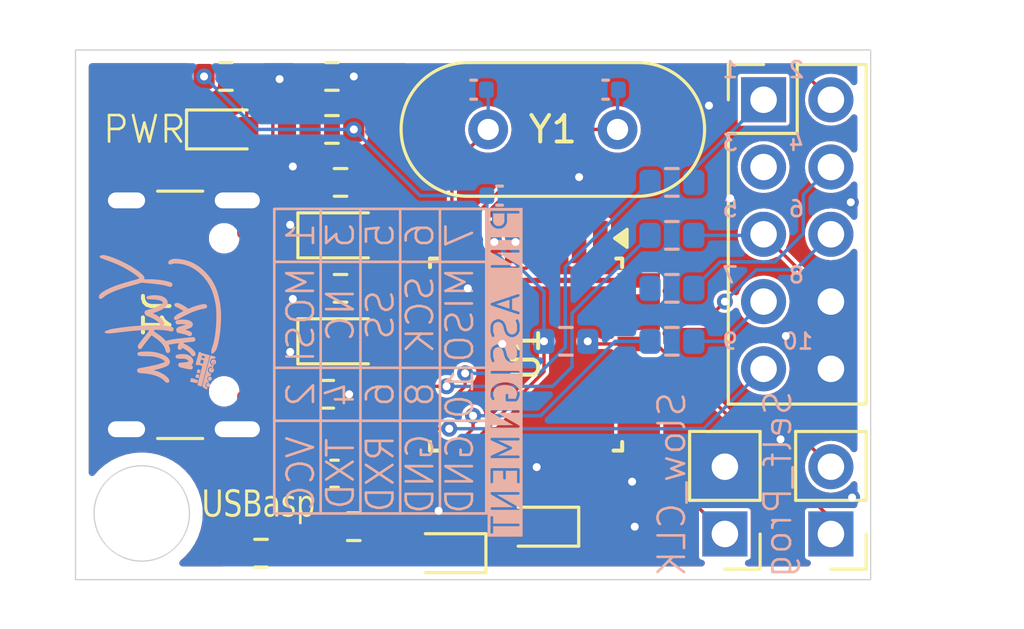
<source format=kicad_pcb>
(kicad_pcb (version 20240108) (generator "pcbnew") (generator_version "8.0")
  (layers (0 "F.Cu" signal) (31 "B.Cu" signal) (34 "B.Paste" user) (35 "F.Paste" user) (36 "B.SilkS" user "B.Silkscreen") (37 "F.SilkS" user "F.Silkscreen") (38 "B.Mask" user) (39 "F.Mask" user) (44 "Edge.Cuts" user))
  (net 0 "")
  (net 1 "GND")
  (net 2 "Net-(J1-CC1)")
  (net 3 "Net-(J1-CC2)")
  (net 4 "/D-")
  (net 5 "/U_D-")
  (net 6 "/U_D+")
  (net 7 "/D+")
  (net 8 "Net-(D1-A)")
  (net 9 "VCC")
  (net 10 "Net-(D2-A)")
  (net 11 "Net-(U1-PB2)")
  (net 12 "/~{SS}")
  (net 13 "Net-(U1-PB3)")
  (net 14 "/MOSI")
  (net 15 "/SCK")
  (net 16 "Net-(U1-PB5)")
  (net 17 "Net-(D3-A)")
  (net 18 "/RST")
  (net 19 "Net-(U1-PD1)")
  (net 20 "/TXD")
  (net 22 "/Slow_CLK")
  (net 25 "/RXD")
  (net 28 "/XTAL1")
  (net 30 "/MISO")
  (net 31 "/XTAL2")
  (net 34 "/L1")
  (net 35 "/L2")
  (net 39 "Net-(F1-Pad1)")
  (footprint "LED_SMD:LED_0603_1608Metric" (layer "F.Cu") (at 154 109 180)
    (property "Reference" "D2" (hide yes))
    (property "Value" "LED")
    (pad "1" smd roundrect (at -0.7875 0 180) (size 0.875 0.95) (layers "F.Cu" "F.Paste" "F.Mask") (net 35 "/L2"))
    (pad "2" smd roundrect (at 0.7875 0 180) (size 0.875 0.95) (layers "F.Cu" "F.Paste" "F.Mask") (net 10 "Net-(D2-A)"))
  )
  (footprint "Crystal:Crystal_HC49-4H_Vertical" (layer "F.Cu") (at 160.45 93 180)
    (property "Reference" "Y1" (at 2.44 0 180) (layer "F.SilkS"))
    (property "Value" "12mHz")
    (pad "1" thru_hole circle (at 0 0 180) (size 1.5 1.5) (drill 0.8) (layers "*.Cu" "*.Mask") (net 28 "/XTAL1"))
    (pad "2" thru_hole circle (at 4.88 0 180) (size 1.5 1.5) (drill 0.8) (layers "*.Cu" "*.Mask") (net 31 "/XTAL2"))
  )
  (footprint "Capacitor_SMD:C_0603_1608Metric" (layer "F.Cu") (at 149.775 106 180)
    (property "Reference" "C3" (hide yes))
    (property "Value" "4.7uF")
    (pad "1" smd roundrect (at -0.775 0 180) (size 0.9 0.95) (layers "F.Cu" "F.Paste" "F.Mask") (net 9 "VCC"))
    (pad "2" smd roundrect (at 0.775 0 180) (size 0.9 0.95) (layers "F.Cu" "F.Paste" "F.Mask") (net 1 "GND"))
  )
  (footprint "Resistor_SMD:R_0603_1608Metric" (layer "F.Cu") (at 149.675 93 180)
    (property "Reference" "R10" (hide yes))
    (property "Value" "1k")
    (pad "1" smd roundrect (at -0.825 0 180) (size 0.8 0.95) (layers "F.Cu" "F.Paste" "F.Mask") (net 9 "VCC"))
    (pad "2" smd roundrect (at 0.825 0 180) (size 0.8 0.95) (layers "F.Cu" "F.Paste" "F.Mask") (net 5 "/U_D-"))
  )
  (footprint "Connector_PinHeader_2.54mm:PinHeader_2x05_P2.54mm_Vertical" (layer "F.Cu") (at 165.96 91.88)
    (property "Reference" "J2" (hide yes))
    (property "Value" "Conn_02x05_Odd_Even")
    (pad "1" thru_hole rect (at 0 0) (size 1.7 1.7) (drill 1) (layers "*.Cu" "*.Mask") (net 14 "/MOSI"))
    (pad "2" thru_hole oval (at 2.54 0) (size 1.7 1.7) (drill 1) (layers "*.Cu" "*.Mask") (net 9 "VCC"))
    (pad "3" thru_hole oval (at 0 2.54) (size 1.7 1.7) (drill 1) (layers "*.Cu" "*.Mask"))
    (pad "4" thru_hole oval (at 2.54 2.54) (size 1.7 1.7) (drill 1) (layers "*.Cu" "*.Mask") (net 20 "/TXD"))
    (pad "5" thru_hole oval (at 0 5.08) (size 1.7 1.7) (drill 1) (layers "*.Cu" "*.Mask") (net 12 "/~{SS}"))
    (pad "6" thru_hole oval (at 2.54 5.08) (size 1.7 1.7) (drill 1) (layers "*.Cu" "*.Mask") (net 25 "/RXD"))
    (pad "7" thru_hole oval (at 0 7.62) (size 1.7 1.7) (drill 1) (layers "*.Cu" "*.Mask") (net 15 "/SCK"))
    (pad "8" thru_hole oval (at 2.54 7.62) (size 1.7 1.7) (drill 1) (layers "*.Cu" "*.Mask") (net 1 "GND"))
    (pad "9" thru_hole oval (at 0 10.16) (size 1.7 1.7) (drill 1) (layers "*.Cu" "*.Mask") (net 30 "/MISO"))
    (pad "10" thru_hole oval (at 2.54 10.16) (size 1.7 1.7) (drill 1) (layers "*.Cu" "*.Mask") (net 1 "GND"))
  )
  (footprint "LED_SMD:LED_0603_1608Metric" (layer "F.Cu") (at 157.5 108 180)
    (property "Reference" "D1" (hide yes))
    (property "Value" "LED")
    (pad "1" smd roundrect (at -0.7875 0 180) (size 0.875 0.95) (layers "F.Cu" "F.Paste" "F.Mask") (net 34 "/L1"))
    (pad "2" smd roundrect (at 0.7875 0 180) (size 0.875 0.95) (layers "F.Cu" "F.Paste" "F.Mask") (net 8 "Net-(D1-A)"))
  )
  (footprint "Resistor_SMD:R_0603_1608Metric" (layer "F.Cu") (at 149.675 91 180)
    (property "Reference" "R1" (hide yes))
    (property "Value" "5.1k")
    (pad "1" smd roundrect (at -0.825 0 180) (size 0.8 0.95) (layers "F.Cu" "F.Paste" "F.Mask") (net 1 "GND"))
    (pad "2" smd roundrect (at 0.825 0 180) (size 0.8 0.95) (layers "F.Cu" "F.Paste" "F.Mask") (net 2 "Net-(J1-CC1)"))
  )
  (footprint "Diode_SMD:D_SOD-323F" (layer "F.Cu") (at 150 101)
    (property "Reference" "D4" (hide yes))
    (property "Value" "3.6V")
    (pad "1" smd roundrect (at -1.1 0) (size 0.5 0.5) (layers "F.Cu" "F.Paste" "F.Mask") (net 6 "/U_D+"))
    (pad "2" smd roundrect (at 1.1 0) (size 0.5 0.5) (layers "F.Cu" "F.Paste" "F.Mask") (net 1 "GND"))
  )
  (footprint "Fuse:Fuse_0402_1005Metric" (layer "F.Cu") (at 149 104.5)
    (property "Reference" "F1" (hide yes))
    (property "Value" "350mA")
    (pad "1" smd roundrect (at -0.485 0) (size 0.59 0.64) (layers "F.Cu" "F.Paste" "F.Mask") (net 39 "Net-(F1-Pad1)"))
    (pad "2" smd roundrect (at 0.485 0) (size 0.59 0.64) (layers "F.Cu" "F.Paste" "F.Mask") (net 9 "VCC"))
  )
  (footprint "Resistor_SMD:R_0603_1608Metric" (layer "F.Cu") (at 150 95)
    (property "Reference" "R3" (hide yes))
    (property "Value" "100R")
    (pad "1" smd roundrect (at -0.825 0) (size 0.8 0.95) (layers "F.Cu" "F.Paste" "F.Mask") (net 5 "/U_D-"))
    (pad "2" smd roundrect (at 0.825 0) (size 0.8 0.95) (layers "F.Cu" "F.Paste" "F.Mask") (net 4 "/D-"))
  )
  (footprint "Resistor_SMD:R_0603_1608Metric" (layer "F.Cu") (at 150.5 108)
    (property "Reference" "R5" (hide yes))
    (property "Value" "1k")
    (pad "1" smd roundrect (at -0.825 0) (size 0.8 0.95) (layers "F.Cu" "F.Paste" "F.Mask") (net 9 "VCC"))
    (pad "2" smd roundrect (at 0.825 0) (size 0.8 0.95) (layers "F.Cu" "F.Paste" "F.Mask") (net 8 "Net-(D1-A)"))
  )
  (footprint "Connector_PinHeader_2.54mm:PinHeader_1x02_P2.54mm_Vertical" (layer "F.Cu") (at 168.5 108.275 180)
    (property "Reference" "JP1" (hide yes))
    (property "Value" "Jumper_2_Open")
    (pad "1" thru_hole rect (at 0 0 180) (size 1.7 1.7) (drill 1) (layers "*.Cu" "*.Mask") (net 18 "/RST"))
    (pad "2" thru_hole oval (at 0 2.54 180) (size 1.7 1.7) (drill 1) (layers "*.Cu" "*.Mask") (net 12 "/~{SS}"))
  )
  (footprint "LED_SMD:LED_0603_1608Metric" (layer "F.Cu") (at 145.675 93)
    (property "Reference" "D3" (hide yes))
    (property "Value" "LED")
    (pad "1" smd roundrect (at -0.7875 0) (size 0.875 0.95) (layers "F.Cu" "F.Paste" "F.Mask") (net 1 "GND"))
    (pad "2" smd roundrect (at 0.7875 0) (size 0.875 0.95) (layers "F.Cu" "F.Paste" "F.Mask") (net 17 "Net-(D3-A)"))
  )
  (footprint "Connector_USB:USB_C_Receptacle_GCT_USB4105-xx-A_16P_TopMnt_Horizontal" (layer "F.Cu") (at 143 100 -90)
    (property "Reference" "J1" (at 0 0 -90) (layer "F.SilkS"))
    (property "Value" "USB_C_Receptacle_USB2.0_16P")
    (pad "" np_thru_hole circle (at -2.89 -2.605 270) (size 0.65 0.65) (drill 0.65) (layers "F&B.Cu" "*.Mask"))
    (pad "" np_thru_hole circle (at 2.89 -2.605 270) (size 0.65 0.65) (drill 0.65) (layers "F&B.Cu" "*.Mask"))
    (pad "A1" smd roundrect (at -3.2 -3.68 270) (size 0.6 1.15) (layers "F.Cu" "F.Paste" "F.Mask") (net 1 "GND"))
    (pad "A4" smd roundrect (at -2.4 -3.68 270) (size 0.6 1.15) (layers "F.Cu" "F.Paste" "F.Mask") (net 39 "Net-(F1-Pad1)"))
    (pad "A5" smd roundrect (at -1.25 -3.68 270) (size 0.3 1.15) (layers "F.Cu" "F.Paste" "F.Mask") (net 2 "Net-(J1-CC1)"))
    (pad "A6" smd roundrect (at -0.25 -3.68 270) (size 0.3 1.15) (layers "F.Cu" "F.Paste" "F.Mask") (net 6 "/U_D+"))
    (pad "A7" smd roundrect (at 0.25 -3.68 270) (size 0.3 1.15) (layers "F.Cu" "F.Paste" "F.Mask") (net 5 "/U_D-"))
    (pad "A8" smd roundrect (at 1.25 -3.68 270) (size 0.3 1.15) (layers "F.Cu" "F.Paste" "F.Mask"))
    (pad "A9" smd roundrect (at 2.4 -3.68 270) (size 0.6 1.15) (layers "F.Cu" "F.Paste" "F.Mask") (net 39 "Net-(F1-Pad1)"))
    (pad "A12" smd roundrect (at 3.2 -3.68 270) (size 0.6 1.15) (layers "F.Cu" "F.Paste" "F.Mask") (net 1 "GND"))
    (pad "B1" smd roundrect (at 3.2 -3.68 270) (size 0.6 1.15) (layers "F.Cu" "F.Paste" "F.Mask") (net 1 "GND"))
    (pad "B4" smd roundrect (at 2.4 -3.68 270) (size 0.6 1.15) (layers "F.Cu" "F.Paste" "F.Mask") (net 39 "Net-(F1-Pad1)"))
    (pad "B5" smd roundrect (at 1.75 -3.68 270) (size 0.3 1.15) (layers "F.Cu" "F.Paste" "F.Mask") (net 3 "Net-(J1-CC2)"))
    (pad "B6" smd roundrect (at 0.75 -3.68 270) (size 0.3 1.15) (layers "F.Cu" "F.Paste" "F.Mask") (net 6 "/U_D+"))
    (pad "B7" smd roundrect (at -0.75 -3.68 270) (size 0.3 1.15) (layers "F.Cu" "F.Paste" "F.Mask") (net 5 "/U_D-"))
    (pad "B8" smd roundrect (at -1.75 -3.68 270) (size 0.3 1.15) (layers "F.Cu" "F.Paste" "F.Mask"))
    (pad "B9" smd roundrect (at -2.4 -3.68 270) (size 0.6 1.15) (layers "F.Cu" "F.Paste" "F.Mask") (net 39 "Net-(F1-Pad1)"))
    (pad "B12" smd roundrect (at -3.2 -3.68 270) (size 0.6 1.15) (layers "F.Cu" "F.Paste" "F.Mask") (net 1 "GND"))
    (pad "S1" thru_hole oval (at -4.32 -3.105 270) (size 1 2.1) (drill oval 0.6 1.7) (layers "*.Cu" "*.Mask" "F.Paste") (net 1 "GND"))
    (pad "S1" thru_hole oval (at -4.32 1.075 270) (size 1 1.8) (drill oval 0.6 1.4) (layers "*.Cu" "*.Mask" "F.Paste") (net 1 "GND"))
    (pad "S1" thru_hole oval (at 4.32 -3.105 270) (size 1 2.1) (drill oval 0.6 1.7) (layers "*.Cu" "*.Mask" "F.Paste") (net 1 "GND"))
    (pad "S1" thru_hole oval (at 4.32 1.075 270) (size 1 1.8) (drill oval 0.6 1.4) (layers "*.Cu" "*.Mask" "F.Paste") (net 1 "GND"))
  )
  (footprint "Resistor_SMD:R_0603_1608Metric" (layer "F.Cu") (at 150 99 180)
    (property "Reference" "R4" (hide yes))
    (property "Value" "100R")
    (pad "1" smd roundrect (at -0.825 0 180) (size 0.8 0.95) (layers "F.Cu" "F.Paste" "F.Mask") (net 7 "/D+"))
    (pad "2" smd roundrect (at 0.825 0 180) (size 0.8 0.95) (layers "F.Cu" "F.Paste" "F.Mask") (net 6 "/U_D+"))
  )
  (footprint "Resistor_SMD:R_0603_1608Metric" (layer "F.Cu") (at 145.675 91)
    (property "Reference" "R11" (hide yes))
    (property "Value" "1k")
    (pad "1" smd roundrect (at -0.825 0) (size 0.8 0.95) (layers "F.Cu" "F.Paste" "F.Mask") (net 9 "VCC"))
    (pad "2" smd roundrect (at 0.825 0) (size 0.8 0.95) (layers "F.Cu" "F.Paste" "F.Mask") (net 17 "Net-(D3-A)"))
  )
  (footprint "Connector_PinHeader_2.54mm:PinHeader_1x02_P2.54mm_Vertical" (layer "F.Cu") (at 164.5 108.275 180)
    (property "Reference" "JP2" (hide yes))
    (property "Value" "Jumper_2_Open")
    (pad "1" thru_hole rect (at 0 0 180) (size 1.7 1.7) (drill 1) (layers "*.Cu" "*.Mask") (net 22 "/Slow_CLK"))
    (pad "2" thru_hole oval (at 0 2.54 180) (size 1.7 1.7) (drill 1) (layers "*.Cu" "*.Mask") (net 1 "GND"))
  )
  (footprint "Resistor_SMD:R_0603_1608Metric" (layer "F.Cu") (at 147 109)
    (property "Reference" "R6" (hide yes))
    (property "Value" "1k")
    (pad "1" smd roundrect (at -0.825 0) (size 0.8 0.95) (layers "F.Cu" "F.Paste" "F.Mask") (net 9 "VCC"))
    (pad "2" smd roundrect (at 0.825 0) (size 0.8 0.95) (layers "F.Cu" "F.Paste" "F.Mask") (net 10 "Net-(D2-A)"))
  )
  (footprint "Package_QFP:TQFP-32_7x7mm_P0.8mm" (layer "F.Cu") (at 157 101.5 -90)
    (property "Reference" "U1" (at 0 0 90) (layer "F.SilkS"))
    (property "Value" "ATmega88PA-A")
    (pad "1" smd rect (at -4.25 -2.8 270) (size 1.6 0.55) (layers "F.Cu" "F.Paste" "F.Mask"))
    (pad "2" smd rect (at -4.25 -2 270) (size 1.6 0.55) (layers "F.Cu" "F.Paste" "F.Mask"))
    (pad "3" smd rect (at -4.25 -1.2 270) (size 1.6 0.55) (layers "F.Cu" "F.Paste" "F.Mask") (net 1 "GND"))
    (pad "4" smd rect (at -4.25 -0.4 270) (size 1.6 0.55) (layers "F.Cu" "F.Paste" "F.Mask") (net 9 "VCC"))
    (pad "5" smd rect (at -4.25 0.4 270) (size 1.6 0.55) (layers "F.Cu" "F.Paste" "F.Mask") (net 1 "GND"))
    (pad "6" smd rect (at -4.25 1.2 270) (size 1.6 0.55) (layers "F.Cu" "F.Paste" "F.Mask") (net 9 "VCC"))
    (pad "7" smd rect (at -4.25 2 270) (size 1.6 0.55) (layers "F.Cu" "F.Paste" "F.Mask") (net 28 "/XTAL1"))
    (pad "8" smd rect (at -4.25 2.8 270) (size 1.6 0.55) (layers "F.Cu" "F.Paste" "F.Mask") (net 31 "/XTAL2"))
    (pad "9" smd rect (at -2.8 4.25) (size 1.6 0.55) (layers "F.Cu" "F.Paste" "F.Mask"))
    (pad "10" smd rect (at -2 4.25) (size 1.6 0.55) (layers "F.Cu" "F.Paste" "F.Mask"))
    (pad "11" smd rect (at -1.2 4.25) (size 1.6 0.55) (layers "F.Cu" "F.Paste" "F.Mask"))
    (pad "12" smd rect (at -0.4 4.25) (size 1.6 0.55) (layers "F.Cu" "F.Paste" "F.Mask") (net 4 "/D-"))
    (pad "13" smd rect (at 0.4 4.25) (size 1.6 0.55) (layers "F.Cu" "F.Paste" "F.Mask") (net 7 "/D+"))
    (pad "14" smd rect (at 1.2 4.25) (size 1.6 0.55) (layers "F.Cu" "F.Paste" "F.Mask") (net 11 "Net-(U1-PB2)"))
    (pad "15" smd rect (at 2 4.25) (size 1.6 0.55) (layers "F.Cu" "F.Paste" "F.Mask") (net 13 "Net-(U1-PB3)"))
    (pad "16" smd rect (at 2.8 4.25) (size 1.6 0.55) (layers "F.Cu" "F.Paste" "F.Mask") (net 30 "/MISO"))
    (pad "17" smd rect (at 4.25 2.8 270) (size 1.6 0.55) (layers "F.Cu" "F.Paste" "F.Mask") (net 16 "Net-(U1-PB5)"))
    (pad "18" smd rect (at 4.25 2 270) (size 1.6 0.55) (layers "F.Cu" "F.Paste" "F.Mask") (net 9 "VCC"))
    (pad "19" smd rect (at 4.25 1.2 270) (size 1.6 0.55) (layers "F.Cu" "F.Paste" "F.Mask"))
    (pad "20" smd rect (at 4.25 0.4 270) (size 1.6 0.55) (layers "F.Cu" "F.Paste" "F.Mask"))
    (pad "21" smd rect (at 4.25 -0.4 270) (size 1.6 0.55) (layers "F.Cu" "F.Paste" "F.Mask") (net 1 "GND"))
    (pad "22" smd rect (at 4.25 -1.2 270) (size 1.6 0.55) (layers "F.Cu" "F.Paste" "F.Mask"))
    (pad "23" smd rect (at 4.25 -2 270) (size 1.6 0.55) (layers "F.Cu" "F.Paste" "F.Mask") (net 34 "/L1"))
    (pad "24" smd rect (at 4.25 -2.8 270) (size 1.6 0.55) (layers "F.Cu" "F.Paste" "F.Mask") (net 35 "/L2"))
    (pad "25" smd rect (at 2.8 -4.25) (size 1.6 0.55) (layers "F.Cu" "F.Paste" "F.Mask") (net 22 "/Slow_CLK"))
    (pad "26" smd rect (at 2 -4.25) (size 1.6 0.55) (layers "F.Cu" "F.Paste" "F.Mask"))
    (pad "27" smd rect (at 1.2 -4.25) (size 1.6 0.55) (layers "F.Cu" "F.Paste" "F.Mask"))
    (pad "28" smd rect (at 0.4 -4.25) (size 1.6 0.55) (layers "F.Cu" "F.Paste" "F.Mask"))
    (pad "29" smd rect (at -0.4 -4.25) (size 1.6 0.55) (layers "F.Cu" "F.Paste" "F.Mask") (net 18 "/RST"))
    (pad "30" smd rect (at -1.2 -4.25) (size 1.6 0.55) (layers "F.Cu" "F.Paste" "F.Mask") (net 25 "/RXD"))
    (pad "31" smd rect (at -2 -4.25) (size 1.6 0.55) (layers "F.Cu" "F.Paste" "F.Mask") (net 19 "Net-(U1-PD1)"))
    (pad "32" smd rect (at -2.8 -4.25) (size 1.6 0.55) (layers "F.Cu" "F.Paste" "F.Mask") (net 7 "/D+"))
  )
  (footprint "Resistor_SMD:R_0603_1608Metric" (layer "F.Cu") (at 149.5 103 180)
    (property "Reference" "R2" (hide yes))
    (property "Value" "5.1k")
    (pad "1" smd roundrect (at -0.825 0 180) (size 0.8 0.95) (layers "F.Cu" "F.Paste" "F.Mask") (net 1 "GND"))
    (pad "2" smd roundrect (at 0.825 0 180) (size 0.8 0.95) (layers "F.Cu" "F.Paste" "F.Mask") (net 3 "Net-(J1-CC2)"))
  )
  (footprint "Diode_SMD:D_SOD-323F" (layer "F.Cu") (at 150 97)
    (property "Reference" "D5" (hide yes))
    (property "Value" "3.6V")
    (pad "1" smd roundrect (at -1.1 0) (size 0.5 0.5) (layers "F.Cu" "F.Paste" "F.Mask") (net 5 "/U_D-"))
    (pad "2" smd roundrect (at 1.1 0) (size 0.5 0.5) (layers "F.Cu" "F.Paste" "F.Mask") (net 1 "GND"))
  )
  (footprint "Capacitor_SMD:C_0402_1005Metric" (layer "B.Cu") (at 155.02 91.5 180)
    (property "Reference" "C2" (hide yes))
    (property "Value" "22pF")
    (pad "1" smd roundrect (at -0.48 0 180) (size 0.56 0.62) (layers "B.Cu" "B.Paste" "B.Mask") (net 31 "/XTAL2"))
    (pad "2" smd roundrect (at 0.48 0 180) (size 0.56 0.62) (layers "B.Cu" "B.Paste" "B.Mask") (net 1 "GND"))
  )
  (footprint "Resistor_SMD:R_0603_1608Metric" (layer "B.Cu") (at 162.5 101)
    (property "Reference" "R9" (hide yes))
    (property "Value" "220R")
    (pad "1" smd roundrect (at -0.825 0) (size 0.8 0.95) (layers "B.Cu" "B.Paste" "B.Mask") (net 16 "Net-(U1-PB5)"))
    (pad "2" smd roundrect (at 0.825 0) (size 0.8 0.95) (layers "B.Cu" "B.Paste" "B.Mask") (net 15 "/SCK"))
  )
  (footprint "Capacitor_SMD:C_0402_1005Metric" (layer "B.Cu") (at 156 95.5)
    (property "Reference" "C4" (hide yes))
    (property "Value" "0.1uF")
    (pad "1" smd roundrect (at -0.48 0) (size 0.56 0.62) (layers "B.Cu" "B.Paste" "B.Mask") (net 9 "VCC"))
    (pad "2" smd roundrect (at 0.48 0) (size 0.56 0.62) (layers "B.Cu" "B.Paste" "B.Mask") (net 1 "GND"))
  )
  (footprint "Resistor_SMD:R_0603_1608Metric" (layer "B.Cu") (at 162.5 99)
    (property "Reference" "R13" (hide yes))
    (property "Value" "1k")
    (pad "1" smd roundrect (at -0.825 0) (size 0.8 0.95) (layers "B.Cu" "B.Paste" "B.Mask") (net 19 "Net-(U1-PD1)"))
    (pad "2" smd roundrect (at 0.825 0) (size 0.8 0.95) (layers "B.Cu" "B.Paste" "B.Mask") (net 20 "/TXD"))
  )
  (footprint "Resistor_SMD:R_0603_1608Metric" (layer "B.Cu") (at 162.5 97)
    (property "Reference" "R7" (hide yes))
    (property "Value" "220R")
    (pad "1" smd roundrect (at -0.825 0) (size 0.8 0.95) (layers "B.Cu" "B.Paste" "B.Mask") (net 11 "Net-(U1-PB2)"))
    (pad "2" smd roundrect (at 0.825 0) (size 0.8 0.95) (layers "B.Cu" "B.Paste" "B.Mask") (net 12 "/~{SS}"))
  )
  (footprint "Logo:Yukuyuku" (layer "B.Cu") (at 142.7 100.1 -90)
    (property "Reference" "G***" (hide yes))
    (property "Value" "LOGO" (hide yes))
  )
  (footprint "Resistor_SMD:R_0603_1608Metric" (layer "B.Cu") (at 158.5 101)
    (property "Reference" "R12" (hide yes))
    (property "Value" "10k")
    (pad "1" smd roundrect (at -0.825 0) (size 0.8 0.95) (layers "B.Cu" "B.Paste" "B.Mask") (net 9 "VCC"))
    (pad "2" smd roundrect (at 0.825 0) (size 0.8 0.95) (layers "B.Cu" "B.Paste" "B.Mask") (net 18 "/RST"))
  )
  (footprint "Resistor_SMD:R_0603_1608Metric" (layer "B.Cu") (at 162.5 95)
    (property "Reference" "R8" (hide yes))
    (property "Value" "220R")
    (pad "1" smd roundrect (at -0.825 0) (size 0.8 0.95) (layers "B.Cu" "B.Paste" "B.Mask") (net 13 "Net-(U1-PB3)"))
    (pad "2" smd roundrect (at 0.825 0) (size 0.8 0.95) (layers "B.Cu" "B.Paste" "B.Mask") (net 14 "/MOSI"))
  )
  (footprint "Capacitor_SMD:C_0402_1005Metric" (layer "B.Cu") (at 160 91.5 180)
    (property "Reference" "C1" (hide yes))
    (property "Value" "22pF")
    (pad "1" smd roundrect (at -0.48 0 180) (size 0.56 0.62) (layers "B.Cu" "B.Paste" "B.Mask") (net 28 "/XTAL1"))
    (pad "2" smd roundrect (at 0.48 0 180) (size 0.56 0.62) (layers "B.Cu" "B.Paste" "B.Mask") (net 1 "GND"))
  )
  (gr_line (start 152.25 96) (end 152.25 107.5) (stroke (width 0.1)) (layer "B.SilkS"))
  (gr_line (start 147.5 104) (end 155.5 104) (stroke (width 0.1)) (layer "B.SilkS"))
  (gr_rect (start 147.5 96) (end 155.5 107.5) (stroke (width 0.1)) (fill none) (layer "B.SilkS"))
  (gr_line (start 147.5 98) (end 155.5 98) (stroke (width 0.1)) (layer "B.SilkS"))
  (gr_line (start 150.75 96) (end 150.75 107.5) (stroke (width 0.1)) (layer "B.SilkS"))
  (gr_line (start 149.25 107.5) (end 149.25 96) (stroke (width 0.1)) (layer "B.SilkS"))
  (gr_line (start 147.5 102) (end 155.5 102) (stroke (width 0.1)) (layer "B.SilkS"))
  (gr_line (start 153.75 107.5) (end 153.75 96) (stroke (width 0.1)) (layer "B.SilkS"))
  (gr_rect (start 140 90) (end 170 110) (stroke (width 0.05)) (fill none) (layer "Edge.Cuts"))
  (gr_circle (center 142.5 107.5) (end 144.3 107.5) (stroke (width 0.05)) (fill none) (layer "Edge.Cuts"))
  (gr_text "4" (at 150 103 90) (layer "B.SilkS") (effects (font (size 1 1) (thickness 0.1)) (justify mirror)))
  (gr_text "4" (at 167.2 93.5 0) (layer "B.SilkS") (effects (font (size 0.6 0.6) (thickness 0.1)) (justify mirror)))
  (gr_text "PIN ASSIGNMENT" (at 156.25 102.1 90) (layer "B.SilkS" knockout) (effects (font (size 1 1) (thickness 0.1)) (justify mirror)))
  (gr_text "TXD" (at 150 106 90) (layer "B.SilkS") (effects (font (size 1 1) (thickness 0.1)) (justify mirror)))
  (gr_text "1" (at 164.7 90.75 0) (layer "B.SilkS") (effects (font (size 0.6 0.6) (thickness 0.1)) (justify mirror)))
  (gr_text "MOSI" (at 148.5 100 90) (layer "B.SilkS") (effects (font (size 1 1) (thickness 0.1)) (justify mirror)))
  (gr_text "3" (at 150 97 90) (layer "B.SilkS") (effects (font (size 1 1) (thickness 0.1)) (justify mirror)))
  (gr_text "SCK" (at 153 100 90) (layer "B.SilkS") (effects (font (size 1 1) (thickness 0.1)) (justify mirror)))
  (gr_text "10" (at 167.25 101 0) (layer "B.SilkS") (effects (font (size 0.6 0.6) (thickness 0.1)) (justify mirror)))
  (gr_text "GND" (at 153 106 90) (layer "B.SilkS") (effects (font (size 1 1) (thickness 0.1)) (justify mirror)))
  (gr_text "MISO" (at 154.5 100 90) (layer "B.SilkS") (effects (font (size 1 1) (thickness 0.1)) (justify mirror)))
  (gr_text "7" (at 154.5 97 90) (layer "B.SilkS") (effects (font (size 1 1) (thickness 0.1)) (justify mirror)))
  (gr_text "1" (at 148.5 97 90) (layer "B.SilkS") (effects (font (size 1 1) (thickness 0.1)) (justify mirror)))
  (gr_text "8" (at 167.2 98.5 0) (layer "B.SilkS") (effects (font (size 0.6 0.6) (thickness 0.1)) (justify mirror)))
  (gr_text "6" (at 151.5 103 90) (layer "B.SilkS") (effects (font (size 1 1) (thickness 0.1)) (justify mirror)))
  (gr_text "8" (at 153 103 90) (layer "B.SilkS") (effects (font (size 1 1) (thickness 0.1)) (justify mirror)))
  (gr_text "GND" (at 154.5 106 90) (layer "B.SilkS") (effects (font (size 1 1) (thickness 0.1)) (justify mirror)))
  (gr_text "Slow_CLK" (at 162.5 106.4 90) (layer "B.SilkS") (effects (font (size 1 1) (thickness 0.1)) (justify mirror)))
  (gr_text "10" (at 154.5 103 90) (layer "B.SilkS") (effects (font (size 1 1) (thickness 0.1)) (justify mirror)))
  (gr_text "5" (at 164.7 96 0) (layer "B.SilkS") (effects (font (size 0.6 0.6) (thickness 0.1)) (justify mirror)))
  (gr_text "NC" (at 150 100 90) (layer "B.SilkS") (effects (font (size 1 1) (thickness 0.1)) (justify mirror)))
  (gr_text "3" (at 164.7 93.5 0) (layer "B.SilkS") (effects (font (size 0.6 0.6) (thickness 0.1)) (justify mirror)))
  (gr_text "9" (at 164.7 101 0) (layer "B.SilkS") (effects (font (size 0.6 0.6) (thickness 0.1)) (justify mirror)))
  (gr_text "6" (at 167.2 96 0) (layer "B.SilkS") (effects (font (size 0.6 0.6) (thickness 0.1)) (justify mirror)))
  (gr_text "RXD" (at 151.5 106 90) (layer "B.SilkS") (effects (font (size 1 1) (thickness 0.1)) (justify mirror)))
  (gr_text "5" (at 151.5 97 90) (layer "B.SilkS") (effects (font (size 1 1) (thickness 0.1)) (justify mirror)))
  (gr_text "2" (at 148.5 103 90) (layer "B.SilkS") (effects (font (size 1 1) (thickness 0.1)) (justify mirror)))
  (gr_text "2" (at 167.2 90.75 0) (layer "B.SilkS") (effects (font (size 0.6 0.6) (thickness 0.1)) (justify mirror)))
  (gr_text "7" (at 164.7 98.5 0) (layer "B.SilkS") (effects (font (size 0.6 0.6) (thickness 0.1)) (justify mirror)))
  (gr_text "SS" (at 151.5 100 90) (layer "B.SilkS") (effects (font (size 1 1) (thickness 0.1)) (justify mirror)))
  (gr_text "Self_Prog" (at 166.5 106.4 90) (layer "B.SilkS") (effects (font (size 1 1) (thickness 0.1)) (justify mirror)))
  (gr_text "VCC" (at 148.5 106 90) (layer "B.SilkS") (effects (font (size 1 1) (thickness 0.1)) (justify mirror)))
  (gr_text "6" (at 153 97 90) (layer "B.SilkS") (effects (font (size 1 1) (thickness 0.1)) (justify mirror)))
  (gr_text "USBasp" (at 146.9 107.2 0) (layer "F.SilkS") (effects (font (size 1 0.8) (thickness 0.1))))
  (gr_text "PWR" (at 142.6 93 0) (layer "F.SilkS") (effects (font (size 1 1) (thickness 0.1))))
  (segment (start 146.105 94.2175) (end 144.8875 93) (width 0.127) (layer "F.Cu") (net 1))
  (segment (start 156.6 96.323) (end 156.723 96.2) (width 0.127) (layer "F.Cu") (net 1))
  (segment (start 149.9095 91.5905) (end 150.5 91) (width 0.127) (layer "F.Cu") (net 1))
  (segment (start 158.077 96.2) (end 158.2 96.323) (width 0.127) (layer "F.Cu") (net 1))
  (segment (start 146.105 95.68) (end 146.105 94.2175) (width 0.127) (layer "F.Cu") (net 1))
  (segment (start 146.105 95.68) (end 146.105 96.225) (width 0.127) (layer "F.Cu") (net 1))
  (segment (start 146.105 104.32) (end 144.9665 103.1815) (width 0.127) (layer "F.Cu") (net 1))
  (segment (start 146.105 96.225) (end 146.68 96.8) (width 0.127) (layer "F.Cu") (net 1))
  (segment (start 141.925 104.32) (end 146.105 104.32) (width 0.127) (layer "F.Cu") (net 1))
  (segment (start 150.2345 97.8655) (end 151.1 97) (width 0.127) (layer "F.Cu") (net 1))
  (segment (start 151.1 101) (end 150.2345 100.1345) (width 0.127) (layer "F.Cu") (net 1))
  (segment (start 144.9665 103.1815) (end 144.9665 96.8185) (width 0.127) (layer "F.Cu") (net 1))
  (segment (start 151.1 97) (end 150.2345 96.1345) (width 0.127) (layer "F.Cu") (net 1))
  (segment (start 151.1 101) (end 151.1 102.225) (width 0.127) (layer "F.Cu") (net 1))
  (segment (start 146.105 103.775) (end 146.68 103.2) (width 0.127) (layer "F.Cu") (net 1))
  (segment (start 151.1 102.225) (end 150.325 103) (width 0.127) (layer "F.Cu") (net 1))
  (segment (start 156.723 96.2) (end 158.077 96.2) (width 0.127) (layer "F.Cu") (net 1))
  (segment (start 150.2345 93.8345) (end 149.9095 93.5095) (width 0.127) (layer "F.Cu") (net 1))
  (segment (start 158.2 96.323) (end 158.2 97.25) (width 0.127) (layer "F.Cu") (net 1))
  (segment (start 149.9095 93.5095) (end 149.9095 91.5905) (width 0.127) (layer "F.Cu") (net 1))
  (segment (start 141.925 95.68) (end 146.105 95.68) (width 0.127) (layer "F.Cu") (net 1))
  (segment (start 150.2345 96.1345) (end 150.2345 93.8345) (width 0.127) (layer "F.Cu") (net 1))
  (segment (start 146.105 104.32) (end 146.105 103.775) (width 0.127) (layer "F.Cu") (net 1))
  (segment (start 147.785 106) (end 146.105 104.32) (width 0.127) (layer "F.Cu") (net 1))
  (segment (start 150.2345 100.1345) (end 150.2345 97.8655) (width 0.127) (layer "F.Cu") (net 1))
  (segment (start 156.6 97.25) (end 156.6 96.323) (width 0.127) (layer "F.Cu") (net 1))
  (segment (start 144.9665 96.8185) (end 146.105 95.68) (width 0.127) (layer "F.Cu") (net 1))
  (segment (start 149 106) (end 147.785 106) (width 0.127) (layer "F.Cu") (net 1))
  (via (at 150.5 91) (size 0.6) (drill 0.3) (layers "F.Cu" "B.Cu") (net 1))
  (via (at 153.7 107.4) (size 0.6) (drill 0.3) (layers "F.Cu" "B.Cu") (net 1))
  (via (at 164.7 95.6) (size 0.6) (drill 0.3) (layers "F.Cu" "B.Cu") (net 1))
  (via (at 148.2 99.4) (size 0.6) (drill 0.3) (layers "F.Cu" "B.Cu") (net 1))
  (via (at 150.325 103) (size 0.6) (drill 0.3) (layers "F.Cu" "B.Cu") (net 1))
  (via (at 169.3 106.9) (size 0.6) (drill 0.3) (layers "F.Cu" "B.Cu") (net 1))
  (via (at 148.2 94.4) (size 0.6) (drill 0.3) (layers "F.Cu" "B.Cu") (net 1))
  (via (at 157.4 105.75) (size 0.6) (drill 0.3) (layers "F.Cu" "B.Cu") (net 1))
  (via (at 156.1 101.1) (size 0.6) (drill 0.3) (layers "F.Cu" "B.Cu") (net 1))
  (via (at 161 106.3) (size 0.6) (drill 0.3) (layers "F.Cu" "B.Cu") (net 1))
  (via (at 156.6 97.25) (size 0.6) (drill 0.3) (layers "F.Cu" "B.Cu") (net 1))
  (via (at 166.6 104.7) (size 0.6) (drill 0.3) (layers "F.Cu" "B.Cu") (net 1))
  (via (at 161.1 108) (size 0.6) (drill 0.3) (layers "F.Cu" "B.Cu") (net 1))
  (via (at 163.9 92.1) (size 0.6) (drill 0.3) (layers "F.Cu" "B.Cu") (net 1))
  (via (at 147.7 91.1) (size 0.6) (drill 0.3) (layers "F.Cu" "B.Cu") (net 1))
  (via (at 169.25 95.75) (size 0.6) (drill 0.3) (layers "F.Cu" "B.Cu") (net 1))
  (via (at 166.8 100.8) (size 0.6) (drill 0.3) (layers "F.Cu" "B.Cu") (net 1))
  (via (at 154.8 99) (size 0.6) (drill 0.3) (layers "F.Cu" "B.Cu") (net 1))
  (via (at 148.1 101.4) (size 0.6) (drill 0.3) (layers "F.Cu" "B.Cu") (net 1))
  (via (at 148.1 96.6) (size 0.6) (drill 0.3) (layers "F.Cu" "B.Cu") (net 1))
  (via (at 159 94.8) (size 0.6) (drill 0.3) (layers "F.Cu" "B.Cu") (net 1))
  (segment (start 157.415 105.735) (end 157.4 105.75) (width 0.127) (layer "B.Cu") (net 1))
  (segment (start 164.5 105.735) (end 157.415 105.735) (width 0.127) (layer "B.Cu") (net 1))
  (segment (start 153.075 105.75) (end 157.4 105.75) (width 0.127) (layer "B.Cu") (net 1))
  (segment (start 156.48 94.54) (end 159.52 91.5) (width 0.127) (layer "B.Cu") (net 1))
  (segment (start 149.005 104.32) (end 150.325 103) (width 0.127) (layer "B.Cu") (net 1))
  (segment (start 168.5 99.5) (end 168.5 102.04) (width 0.127) (layer "B.Cu") (net 1))
  (segment (start 159.52 91.5) (end 159.0195 90.9995) (width 0.127) (layer "B.Cu") (net 1))
  (segment (start 168.195 102.04) (end 168.5 102.04) (width 0.127) (layer "B.Cu") (net 1))
  (segment (start 146.105 104.32) (end 149.005 104.32) (width 0.127) (layer "B.Cu") (net 1))
  (segment (start 151 91.5) (end 150.5 91) (width 0.127) (layer "B.Cu") (net 1))
  (segment (start 154.54 91.5) (end 151 91.5) (width 0.127) (layer "B.Cu") (net 1))
  (segment (start 156.48 95.5) (end 156.48 97.13) (width 0.127) (layer "B.Cu") (net 1))
  (segment (start 150.325 103) (end 153.075 105.75) (width 0.127) (layer "B.Cu") (net 1))
  (segment (start 155.0405 90.9995) (end 154.54 91.5) (width 0.127) (layer "B.Cu") (net 1))
  (segment (start 156.48 95.5) (end 156.48 94.54) (width 0.127) (layer "B.Cu") (net 1))
  (segment (start 164.5 105.735) (end 168.195 102.04) (width 0.127) (layer "B.Cu") (net 1))
  (segment (start 156.48 97.13) (end 156.6 97.25) (width 0.127) (layer "B.Cu") (net 1))
  (segment (start 159.0195 90.9995) (end 155.0405 90.9995) (width 0.127) (layer "B.Cu") (net 1))
  (segment (start 147.4455 98.437052) (end 147.132552 98.75) (width 0.127) (layer "F.Cu") (net 2))
  (segment (start 147.132552 98.75) (end 146.68 98.75) (width 0.127) (layer "F.Cu") (net 2))
  (segment (start 148.85 91) (end 147.4455 92.4045) (width 0.127) (layer "F.Cu") (net 2))
  (segment (start 147.4455 92.4045) (end 147.4455 98.437052) (width 0.127) (layer "F.Cu") (net 2))
  (segment (start 147.425 101.75) (end 146.68 101.75) (width 0.127) (layer "F.Cu") (net 3))
  (segment (start 148.675 103) (end 147.425 101.75) (width 0.127) (layer "F.Cu") (net 3))
  (segment (start 153.9 100.95) (end 153.75 101.1) (width 0.2) (layer "F.Cu") (net 4))
  (segment (start 150.825 95) (end 150.825 95.325) (width 0.2) (layer "F.Cu") (net 4))
  (segment (start 150.825 95.325) (end 153.9 98.4) (width 0.2) (layer "F.Cu") (net 4))
  (segment (start 153.9 98.4) (end 153.9 100.95) (width 0.2) (layer "F.Cu") (net 4))
  (segment (start 153.75 101.1) (end 152.75 101.1) (width 0.2) (layer "F.Cu") (net 4))
  (segment (start 149.175 96.725) (end 148.9 97) (width 0.2) (layer "F.Cu") (net 5))
  (segment (start 148.9 97.604999) (end 148.9 97) (width 0.2) (layer "F.Cu") (net 5))
  (segment (start 147.254999 99.25) (end 148.9 97.604999) (width 0.2) (layer "F.Cu") (net 5))
  (segment (start 147.18417 99.25) (end 146.68 99.25) (width 0.2) (layer "F.Cu") (net 5))
  (segment (start 147.254999 100.25) (end 147.482 100.022999) (width 0.2) (layer "F.Cu") (net 5))
  (segment (start 146.68 100.25) (end 147.254999 100.25) (width 0.2) (layer "F.Cu") (net 5))
  (segment (start 147.482 99.54783) (end 147.18417 99.25) (width 0.2) (layer "F.Cu") (net 5))
  (segment (start 146.68 99.25) (end 147.254999 99.25) (width 0.2) (layer "F.Cu") (net 5))
  (segment (start 149.175 95) (end 149.175 96.725) (width 0.2) (layer "F.Cu") (net 5))
  (segment (start 149.175 93.325) (end 148.85 93) (width 0.2) (layer "F.Cu") (net 5))
  (segment (start 147.482 100.022999) (end 147.482 99.54783) (width 0.2) (layer "F.Cu") (net 5))
  (segment (start 149.175 95) (end 149.175 93.325) (width 0.2) (layer "F.Cu") (net 5))
  (segment (start 146.105001 99.75) (end 146.68 99.75) (width 0.2) (layer "F.Cu") (net 6))
  (segment (start 145.878 100.522999) (end 145.878 99.977001) (width 0.2) (layer "F.Cu") (net 6))
  (segment (start 148.65 100.75) (end 148.9 101) (width 0.2) (layer "F.Cu") (net 6))
  (segment (start 146.68 100.75) (end 146.105001 100.75) (width 0.2) (layer "F.Cu") (net 6))
  (segment (start 145.878 99.977001) (end 146.105001 99.75) (width 0.2) (layer "F.Cu") (net 6))
  (segment (start 146.68 100.75) (end 148.65 100.75) (width 0.2) (layer "F.Cu") (net 6))
  (segment (start 148.9 99.275) (end 149.175 99) (width 0.2) (layer "F.Cu") (net 6))
  (segment (start 148.9 101) (end 148.9 99.275) (width 0.2) (layer "F.Cu") (net 6))
  (segment (start 146.105001 100.75) (end 145.878 100.522999) (width 0.2) (layer "F.Cu") (net 6))
  (segment (start 152 101.9) (end 152.75 101.9) (width 0.2) (layer "F.Cu") (net 7))
  (segment (start 151.723 101.623) (end 152 101.9) (width 0.2) (layer "F.Cu") (net 7))
  (segment (start 156.95 98.7) (end 153.75 101.9) (width 0.2) (layer "F.Cu") (net 7))
  (segment (start 151.723 99.898) (end 151.723 101.623) (width 0.2) (layer "F.Cu") (net 7))
  (segment (start 161.25 98.7) (end 156.95 98.7) (width 0.2) (layer "F.Cu") (net 7))
  (segment (start 150.825 99) (end 151.723 99.898) (width 0.2) (layer "F.Cu") (net 7))
  (segment (start 153.75 101.9) (end 152.75 101.9) (width 0.2) (layer "F.Cu") (net 7))
  (segment (start 156.7125 108) (end 151.325 108) (width 0.127) (layer "F.Cu") (net 8))
  (segment (start 157.4 97.8405) (end 157 98.2405) (width 0.127) (layer "F.Cu") (net 9))
  (segment (start 155 105.75) (end 155 104.823) (width 0.127) (layer "F.Cu") (net 9))
  (segment (start 149.485 104.5) (end 149.485 104.935) (width 0.127) (layer "F.Cu") (net 9))
  (segment (start 154.8595 106.7405) (end 155 106.6) (width 0.127) (layer "F.Cu") (net 9))
  (segment (start 156.1 98.2405) (end 157 98.2405) (width 0.127) (layer "F.Cu") (net 9))
  (segment (start 149.485 104.935) (end 150.55 106) (width 0.127) (layer "F.Cu") (net 9))
  (segment (start 155.8 97.25) (end 155.8 97.9405) (width 0.127) (layer "F.Cu") (net 9))
  (segment (start 155 104.823) (end 157.675 102.148) (width 0.127) (layer "F.Cu") (net 9))
  (segment (start 157.4 97.25) (end 157.4 97.8405) (width 0.127) (layer "F.Cu") (net 9))
  (segment (start 168.5 91.88) (end 167.42 90.8) (width 0.127) (layer "F.Cu") (net 9))
  (segment (start 150.55 106) (end 151.2905 106.7405) (width 0.127) (layer "F.Cu") (net 9))
  (segment (start 155.8 97.9405) (end 156.1 98.2405) (width 0.127) (layer "F.Cu") (net 9))
  (segment (start 147.175 108) (end 149.675 108) (width 0.127) (layer "F.Cu") (net 9))
  (segment (start 155 106.6) (end 155 105.75) (width 0.127) (layer "F.Cu") (net 9))
  (segment (start 149.675 106.875) (end 150.55 106) (width 0.127) (layer "F.Cu") (net 9))
  (segment (start 146.175 109) (end 147.175 108) (width 0.127) (layer "F.Cu") (net 9))
  (segment (start 149.675 108) (end 149.675 106.875) (width 0.127) (layer "F.Cu") (net 9))
  (segment (start 151.2905 106.7405) (end 154.8595 106.7405) (width 0.127) (layer "F.Cu") (net 9))
  (segment (start 157.675 102.148) (end 157.675 101) (width 0.127) (layer "F.Cu") (net 9))
  (segment (start 167.42 90.8) (end 152.7 90.8) (width 0.127) (layer "F.Cu") (net 9))
  (segment (start 152.7 90.8) (end 150.5 93) (width 0.127) (layer "F.Cu") (net 9))
  (via (at 144.85 91) (size 0.6) (drill 0.3) (layers "F.Cu" "B.Cu") (net 9))
  (via (at 157.675 101) (size 0.6) (drill 0.3) (layers "F.Cu" "B.Cu") (net 9))
  (via (at 155.8 97.25) (size 0.6) (drill 0.3) (layers "F.Cu" "B.Cu") (net 9))
  (via (at 150.5 93) (size 0.6) (drill 0.3) (layers "F.Cu" "B.Cu") (net 9))
  (segment (start 146.85 93) (end 144.85 91) (width 0.127) (layer "B.Cu") (net 9))
  (segment (start 150.5 93) (end 146.85 93) (width 0.127) (layer "B.Cu") (net 9))
  (segment (start 153 95.5) (end 150.5 93) (width 0.127) (layer "B.Cu") (net 9))
  (segment (start 157.675 99.125) (end 155.8 97.25) (width 0.127) (layer "B.Cu") (net 9))
  (segment (start 155.52 95.5) (end 155.52 96.97) (width 0.127) (layer "B.Cu") (net 9))
  (segment (start 157.675 101) (end 157.675 99.125) (width 0.127) (layer "B.Cu") (net 9))
  (segment (start 155.52 95.5) (end 153 95.5) (width 0.127) (layer "B.Cu") (net 9))
  (segment (start 155.52 96.97) (end 155.8 97.25) (width 0.127) (layer "B.Cu") (net 9))
  (segment (start 147.825 109) (end 153.2125 109) (width 0.127) (layer "F.Cu") (net 10))
  (segment (start 154 102.7) (end 152.75 102.7) (width 0.127) (layer "F.Cu") (net 11))
  (via (at 154 102.7) (size 0.6) (drill 0.3) (layers "F.Cu" "B.Cu") (net 11))
  (segment (start 158.7345 101.9655) (end 158 102.7) (width 0.127) (layer "B.Cu") (net 11))
  (segment (start 158 102.7) (end 154 102.7) (width 0.127) (layer "B.Cu") (net 11))
  (segment (start 158.7345 99.9405) (end 158.7345 101.9655) (width 0.127) (layer "B.Cu") (net 11))
  (segment (start 161.675 97) (end 158.7345 99.9405) (width 0.127) (layer "B.Cu") (net 11))
  (segment (start 167.4595 98.4595) (end 165.96 96.96) (width 0.127) (layer "F.Cu") (net 12))
  (segment (start 167.4595 104.6945) (end 167.4595 98.4595) (width 0.127) (layer "F.Cu") (net 12))
  (segment (start 168.5 105.735) (end 167.4595 104.6945) (width 0.127) (layer "F.Cu") (net 12))
  (segment (start 165.92 97) (end 165.96 96.96) (width 0.127) (layer "B.Cu") (net 12))
  (segment (start 163.325 97) (end 165.92 97) (width 0.127) (layer "B.Cu") (net 12))
  (segment (start 153.893672 103.5) (end 154.7 102.693672) (width 0.127) (layer "F.Cu") (net 13))
  (segment (start 152.75 103.5) (end 153.893672 103.5) (width 0.127) (layer "F.Cu") (net 13))
  (segment (start 154.7 102.693672) (end 154.7 102.2095) (width 0.127) (layer "F.Cu") (net 13))
  (via (at 154.7 102.2095) (size 0.6) (drill 0.3) (layers "F.Cu" "B.Cu") (net 13))
  (segment (start 158.4805 98.1945) (end 161.675 95) (width 0.127) (layer "B.Cu") (net 13))
  (segment (start 157.498292 102.2095) (end 158.4805 101.227292) (width 0.127) (layer "B.Cu") (net 13))
  (segment (start 158.4805 101.227292) (end 158.4805 98.1945) (width 0.127) (layer "B.Cu") (net 13))
  (segment (start 154.7 102.2095) (end 157.498292 102.2095) (width 0.127) (layer "B.Cu") (net 13))
  (segment (start 163.325 95) (end 163.325 94.515) (width 0.127) (layer "B.Cu") (net 14))
  (segment (start 163.325 94.515) (end 165.96 91.88) (width 0.127) (layer "B.Cu") (net 14))
  (segment (start 164.46 101) (end 165.96 99.5) (width 0.127) (layer "B.Cu") (net 15))
  (segment (start 163.325 101) (end 164.46 101) (width 0.127) (layer "B.Cu") (net 15))
  (segment (start 155 104.294) (end 155 103.8095) (width 0.127) (layer "F.Cu") (net 16))
  (segment (start 154.2 105.75) (end 154.2 105.094) (width 0.127) (layer "F.Cu") (net 16))
  (segment (start 154.2 105.094) (end 155 104.294) (width 0.127) (layer "F.Cu") (net 16))
  (via (at 155 103.8095) (size 0.6) (drill 0.3) (layers "F.Cu" "B.Cu") (net 16))
  (segment (start 160.357792 101) (end 161.675 101) (width 0.127) (layer "B.Cu") (net 16))
  (segment (start 155 103.8095) (end 157.548292 103.8095) (width 0.127) (layer "B.Cu") (net 16))
  (segment (start 157.548292 103.8095) (end 160.357792 101) (width 0.127) (layer "B.Cu") (net 16))
  (segment (start 146.4625 91.0375) (end 146.5 91) (width 0.127) (layer "F.Cu") (net 17))
  (segment (start 146.4625 93) (end 146.4625 91.0375) (width 0.127) (layer "F.Cu") (net 17))
  (segment (start 161.25 101.1) (end 161.906 101.1) (width 0.127) (layer "F.Cu") (net 18))
  (segment (start 161.906 101.1) (end 168.5 107.694) (width 0.127) (layer "F.Cu") (net 18))
  (segment (start 161.25 101.1) (end 159.425 101.1) (width 0.127) (layer "F.Cu") (net 18))
  (segment (start 159.425 101.1) (end 159.325 101) (width 0.127) (layer "F.Cu") (net 18))
  (segment (start 168.5 107.694) (end 168.5 108.275) (width 0.127) (layer "F.Cu") (net 18))
  (via (at 159.325 101) (size 0.6) (drill 0.3) (layers "F.Cu" "B.Cu") (net 18))
  (segment (start 167.4595 95.4605) (end 168.5 94.42) (width 0.127) (layer "B.Cu") (net 20))
  (segment (start 166.39099 98.0005) (end 167.4595 96.93199) (width 0.127) (layer "B.Cu") (net 20))
  (segment (start 163.325 99) (end 164.3245 98.0005) (width 0.127) (layer "B.Cu") (net 20))
  (segment (start 164.3245 98.0005) (end 166.39099 98.0005) (width 0.127) (layer "B.Cu") (net 20))
  (segment (start 167.4595 96.93199) (end 167.4595 95.4605) (width 0.127) (layer "B.Cu") (net 20))
  (segment (start 161.25 105.025) (end 164.5 108.275) (width 0.127) (layer "F.Cu") (net 22))
  (segment (start 161.25 104.3) (end 161.25 105.025) (width 0.127) (layer "F.Cu") (net 22))
  (segment (start 161.25 100.3) (end 163.7 100.3) (width 0.127) (layer "F.Cu") (net 25))
  (segment (start 163.7 100.3) (end 164.5 99.5) (width 0.127) (layer "F.Cu") (net 25))
  (via (at 164.5 99.5) (size 0.6) (drill 0.3) (layers "F.Cu" "B.Cu") (net 25))
  (segment (start 165.68851 98.3) (end 167.16 98.3) (width 0.127) (layer "B.Cu") (net 25))
  (segment (start 164.5 99.5) (end 164.5 99.48851) (width 0.127) (layer "B.Cu") (net 25))
  (segment (start 164.5 99.48851) (end 165.68851 98.3) (width 0.127) (layer "B.Cu") (net 25))
  (segment (start 167.16 98.3) (end 168.5 96.96) (width 0.127) (layer "B.Cu") (net 25))
  (segment (start 155 96.323) (end 158.323 93) (width 0.127) (layer "F.Cu") (net 28))
  (segment (start 158.323 93) (end 160.45 93) (width 0.127) (layer "F.Cu") (net 28))
  (segment (start 155 97.25) (end 155 96.323) (width 0.127) (layer "F.Cu") (net 28))
  (segment (start 160.45 91.53) (end 160.48 91.5) (width 0.127) (layer "B.Cu") (net 28))
  (segment (start 160.45 93) (end 160.45 91.53) (width 0.127) (layer "B.Cu") (net 28))
  (segment (start 152.75 104.3) (end 154.1 104.3) (width 0.127) (layer "F.Cu") (net 30))
  (via (at 154.1 104.3) (size 0.6) (drill 0.3) (layers "F.Cu" "B.Cu") (net 30))
  (segment (start 154.1 104.3) (end 163.7 104.3) (width 0.127) (layer "B.Cu") (net 30))
  (segment (start 163.7 104.3) (end 165.96 102.04) (width 0.127) (layer "B.Cu") (net 30))
  (segment (start 154.2 97.25) (end 154.2 94.37) (width 0.127) (layer "F.Cu") (net 31))
  (segment (start 154.2 94.37) (end 155.57 93) (width 0.127) (layer "F.Cu") (net 31))
  (segment (start 155.57 93) (end 155.57 91.57) (width 0.127) (layer "B.Cu") (net 31))
  (segment (start 155.57 91.57) (end 155.5 91.5) (width 0.127) (layer "B.Cu") (net 31))
  (segment (start 158.2875 108) (end 159 107.2875) (width 0.127) (layer "F.Cu") (net 34))
  (segment (start 159 107.2875) (end 159 105.75) (width 0.127) (layer "F.Cu") (net 34))
  (segment (start 158.347328 109) (end 159.8 107.547328) (width 0.127) (layer "F.Cu") (net 35))
  (segment (start 159.8 107.547328) (end 159.8 105.75) (width 0.127) (layer "F.Cu") (net 35))
  (segment (start 154.7875 109) (end 158.347328 109) (width 0.127) (layer "F.Cu") (net 35))
  (segment (start 147.3 102.4) (end 146.68 102.4) (width 0.127) (layer "F.Cu") (net 39))
  (segment (start 148.0845 103.1845) (end 147.3 102.4) (width 0.127) (layer "F.Cu") (net 39))
  (segment (start 148.515 104.5) (end 148.0845 104.0695) (width 0.127) (layer "F.Cu") (net 39))
  (segment (start 148.0845 104.0695) (end 148.0845 103.1845) (width 0.127) (layer "F.Cu") (net 39))
  (zone (net 1) (net_name "GND") (layers "F&B.Cu") (connect_pads yes (clearance 0.127)) (min_thickness 0.25) (fill yes (thermal_gap 0.5) (thermal_bridge_width 0.5))
    (polygon (pts (xy 140 90) (xy 140 110) (xy 170 110) (xy 170 90)))
  )
)
</source>
